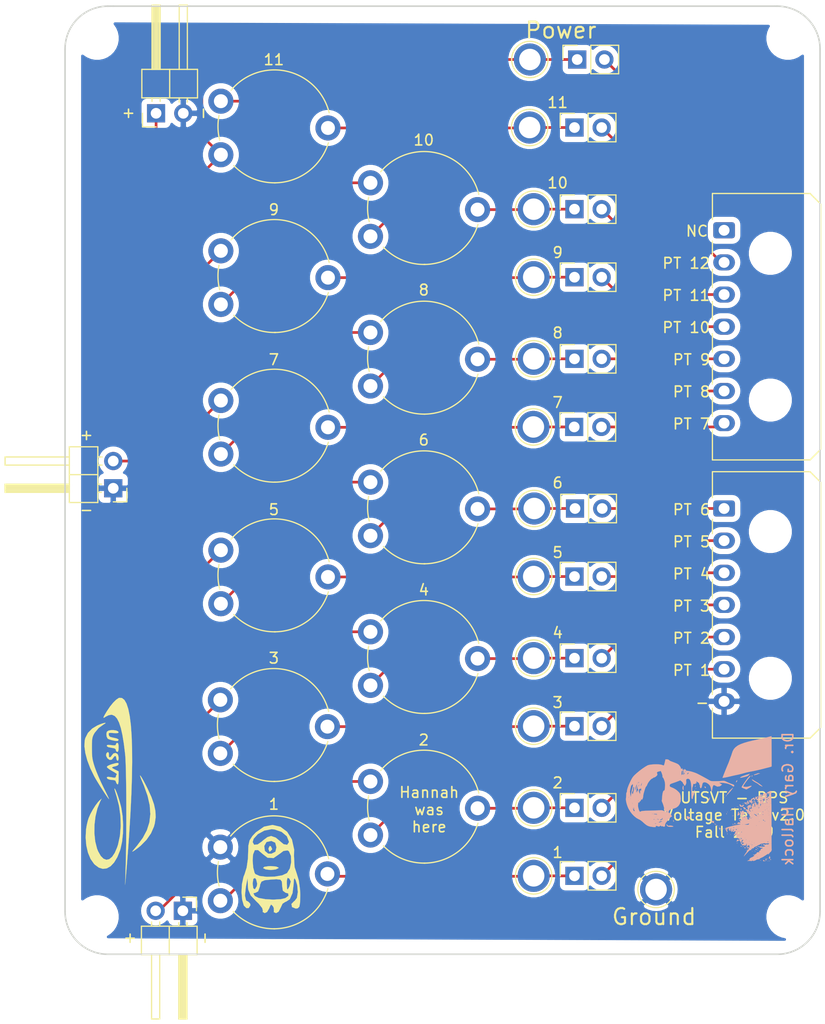
<source format=kicad_pcb>
(kicad_pcb (version 20171130) (host pcbnew "(5.1.6)-1")
  (layers (0 F.Cu signal) (31 B.Cu signal) (34 B.Paste user) (35 F.Paste user) (36 B.SilkS user) (37 F.SilkS user) (38 B.Mask user) (39 F.Mask user) (44 Edge.Cuts user))
  (net 0 "")
  (net 1 GND)
  (net 2 "Net-(J2-Pad7)")
  (net 3 "Net-(J2-Pad6)")
  (net 4 "Net-(J2-Pad5)")
  (net 5 "Net-(J2-Pad4)")
  (net 6 "Net-(J2-Pad3)")
  (net 7 +36V)
  (net 8 "Net-(J3-Pad5)")
  (net 9 "Net-(J3-Pad4)")
  (net 10 "Net-(J3-Pad3)")
  (net 11 "Net-(J3-Pad2)")
  (net 12 "Net-(J3-Pad1)")
  (net 13 "Net-(JP1-Pad1)")
  (net 14 "Net-(JP2-Pad1)")
  (net 15 "Net-(JP3-Pad1)")
  (net 16 "Net-(JP4-Pad1)")
  (net 17 "Net-(JP5-Pad1)")
  (net 18 "Net-(JP6-Pad1)")
  (net 19 "Net-(JP7-Pad1)")
  (net 20 "Net-(JP8-Pad1)")
  (net 21 "Net-(JP9-Pad1)")
  (net 22 "Net-(JP10-Pad1)")
  (net 23 "Net-(JP11-Pad1)")
  (net 24 "Net-(RV1-Pad3)")
  (net 25 "Net-(RV2-Pad3)")
  (net 26 "Net-(RV3-Pad3)")
  (net 27 "Net-(RV4-Pad3)")
  (net 28 "Net-(RV5-Pad3)")
  (net 29 "Net-(RV6-Pad3)")
  (net 30 "Net-(RV7-Pad3)")
  (net 31 "Net-(RV8-Pad3)")
  (net 32 "Net-(RV10-Pad1)")
  (net 33 "Net-(RV10-Pad3)")
  (net 34 "Net-(J2-Pad1)")
  (net 35 "Net-(J3-Pad6)")
  (net 36 "Net-(J2-Pad2)")
  (module Connector_PinSocket_2.54mm:PinSocket_1x02_P2.54mm_Vertical (layer F.Cu) (at 179.324 30.48 90)
    (fp_text reference JP12 hide)
    (fp_text value Jumper)
    (pad 2 thru_hole oval (at 0 2.54 90) (size 1.7 1.7) (drill 1) (layers *.Cu *.Mask) (net 36 "Net-(J2-Pad2)"))
    (pad 1 thru_hole rect (at 0 0 90) (size 1.7 1.7) (drill 1) (layers *.Cu *.Mask) (net 7 +36V))
  )
  (module Minion:Minion (layer F.Cu) (at 150.5 105.5)
    (fp_text reference G*** hide)
    (fp_text value LOGO hide)
  )
  (module UTSVT_Special:Hallock_Image_Tiny (layer B.Cu) (at 190.5 99 270)
    (fp_text reference G*** hide)
    (fp_text value LOGO hide)
  )
  (module UTSVT_Special:UTSVT_Logo_Symbol (layer F.Cu) (at 136.5 98.5 270)
    (fp_text reference G*** hide)
    (fp_text value LOGO hide)
  )
  (module Connector_PinHeader_2.54mm:PinHeader_1x02_P2.54mm_Horizontal (layer F.Cu) (at 136 70.5 180)
    (fp_text reference J1 hide)
    (fp_text value Conn_01x02)
    (pad 2 thru_hole oval (at 0 2.54 180) (size 1.7 1.7) (drill 1) (layers *.Cu *.Mask) (net 7 +36V))
    (pad 1 thru_hole rect (at 0 0 180) (size 1.7 1.7) (drill 1) (layers *.Cu *.Mask) (net 1 GND))
  )
  (module Connector_PinHeader_2.54mm:PinHeader_1x02_P2.54mm_Horizontal (layer F.Cu) (at 140 35.5 90)
    (fp_text reference J4 hide)
    (fp_text value Conn_01x02)
    (pad 2 thru_hole oval (at 0 2.54 90) (size 1.7 1.7) (drill 1) (layers *.Cu *.Mask) (net 1 GND))
    (pad 1 thru_hole rect (at 0 0 90) (size 1.7 1.7) (drill 1) (layers *.Cu *.Mask) (net 7 +36V))
  )
  (module Connector_PinHeader_2.54mm:PinHeader_1x02_P2.54mm_Horizontal (layer F.Cu) (at 142.5 109.94 270)
    (fp_text reference J5 hide)
    (fp_text value Conn_01x02)
    (pad 2 thru_hole oval (at 0 2.54 270) (size 1.7 1.7) (drill 1) (layers *.Cu *.Mask) (net 7 +36V))
    (pad 1 thru_hole rect (at 0 0 270) (size 1.7 1.7) (drill 1) (layers *.Cu *.Mask) (net 1 GND))
  )
  (module TestPoint:TestPoint_Plated_Hole_D2.0mm (layer F.Cu) (at 186.69 107.95)
    (fp_text reference TP13 hide)
    (fp_text value TestPoint)
    (pad 1 thru_hole circle (at 0 0) (size 3 3) (drill 2) (layers *.Cu *.Mask) (net 1 GND))
  )
  (module TestPoint:TestPoint_Plated_Hole_D2.0mm (layer F.Cu) (at 174.9044 30.48)
    (fp_text reference TP12 hide)
    (fp_text value TestPoint)
    (pad 1 thru_hole circle (at 0 0) (size 3 3) (drill 2) (layers *.Cu *.Mask) (net 7 +36V))
  )
  (module MountingHole:MountingHole_3mm (layer F.Cu) (at 199 110.5)
    (fp_text reference H4 hide)
    (fp_text value MountingHole)
    (pad 1 np_thru_hole circle (at 0 0) (size 3 3) (drill 3) (layers *.Cu *.Mask))
  )
  (module MountingHole:MountingHole_3mm (layer F.Cu) (at 134.5 110.5)
    (fp_text reference H3 hide)
    (fp_text value MountingHole)
    (pad 1 np_thru_hole circle (at 0 0) (size 3 3) (drill 3) (layers *.Cu *.Mask))
  )
  (module MountingHole:MountingHole_3mm (layer F.Cu) (at 199 28.5)
    (fp_text reference H2 hide)
    (fp_text value MountingHole)
    (pad 1 np_thru_hole circle (at 0 0) (size 3 3) (drill 3) (layers *.Cu *.Mask))
  )
  (module MountingHole:MountingHole_3mm (layer F.Cu) (at 134.5 28.5)
    (fp_text reference H1 hide)
    (fp_text value MountingHole)
    (pad 1 np_thru_hole circle (at 0 0) (size 3 3) (drill 3) (layers *.Cu *.Mask))
  )
  (module TestPoint:TestPoint_Plated_Hole_D2.0mm (layer F.Cu) (at 175.26 106.68)
    (fp_text reference TP11 hide)
    (fp_text value TestPoint)
    (pad 1 thru_hole circle (at 0 0) (size 3 3) (drill 2) (layers *.Cu *.Mask) (net 23 "Net-(JP11-Pad1)"))
  )
  (module TestPoint:TestPoint_Plated_Hole_D2.0mm (layer F.Cu) (at 175.26 100.33)
    (fp_text reference TP10 hide)
    (fp_text value TestPoint)
    (pad 1 thru_hole circle (at 0 0) (size 3 3) (drill 2) (layers *.Cu *.Mask) (net 22 "Net-(JP10-Pad1)"))
  )
  (module TestPoint:TestPoint_Plated_Hole_D2.0mm (layer F.Cu) (at 175.26 92.71)
    (fp_text reference TP9 hide)
    (fp_text value TestPoint)
    (pad 1 thru_hole circle (at 0 0) (size 3 3) (drill 2) (layers *.Cu *.Mask) (net 21 "Net-(JP9-Pad1)"))
  )
  (module TestPoint:TestPoint_Plated_Hole_D2.0mm (layer F.Cu) (at 175.26 86.36)
    (fp_text reference TP8 hide)
    (fp_text value TestPoint)
    (pad 1 thru_hole circle (at 0 0) (size 3 3) (drill 2) (layers *.Cu *.Mask) (net 20 "Net-(JP8-Pad1)"))
  )
  (module TestPoint:TestPoint_Plated_Hole_D2.0mm (layer F.Cu) (at 175.26 78.74)
    (fp_text reference TP7 hide)
    (fp_text value TestPoint)
    (pad 1 thru_hole circle (at 0 0) (size 3 3) (drill 2) (layers *.Cu *.Mask) (net 19 "Net-(JP7-Pad1)"))
  )
  (module TestPoint:TestPoint_Plated_Hole_D2.0mm (layer F.Cu) (at 175.3108 72.39)
    (fp_text reference TP6 hide)
    (fp_text value TestPoint)
    (pad 1 thru_hole circle (at 0 0) (size 3 3) (drill 2) (layers *.Cu *.Mask) (net 18 "Net-(JP6-Pad1)"))
  )
  (module TestPoint:TestPoint_Plated_Hole_D2.0mm (layer F.Cu) (at 175.2346 64.77762)
    (fp_text reference TP5 hide)
    (fp_text value TestPoint)
    (pad 1 thru_hole circle (at 0 0) (size 3 3) (drill 2) (layers *.Cu *.Mask) (net 17 "Net-(JP5-Pad1)"))
  )
  (module TestPoint:TestPoint_Plated_Hole_D2.0mm (layer F.Cu) (at 175.26 58.42)
    (fp_text reference TP4 hide)
    (fp_text value TestPoint)
    (pad 1 thru_hole circle (at 0 0) (size 3 3) (drill 2) (layers *.Cu *.Mask) (net 16 "Net-(JP4-Pad1)"))
  )
  (module TestPoint:TestPoint_Plated_Hole_D2.0mm (layer F.Cu) (at 175.26 50.8)
    (fp_text reference TP3 hide)
    (fp_text value TestPoint)
    (pad 1 thru_hole circle (at 0 0) (size 3 3) (drill 2) (layers *.Cu *.Mask) (net 15 "Net-(JP3-Pad1)"))
  )
  (module TestPoint:TestPoint_Plated_Hole_D2.0mm (layer F.Cu) (at 175.26 44.45)
    (fp_text reference TP2 hide)
    (fp_text value TestPoint)
    (pad 1 thru_hole circle (at 0 0) (size 3 3) (drill 2) (layers *.Cu *.Mask) (net 14 "Net-(JP2-Pad1)"))
  )
  (module TestPoint:TestPoint_Plated_Hole_D2.0mm (layer F.Cu) (at 174.879 36.83)
    (fp_text reference TP1 hide)
    (fp_text value TestPoint)
    (pad 1 thru_hole circle (at 0 0) (size 3 3) (drill 2) (layers *.Cu *.Mask) (net 13 "Net-(JP1-Pad1)"))
  )
  (module Potentiometer_THT:Potentiometer_Piher_PT-10-V10_Vertical (layer F.Cu) (at 146 109)
    (fp_text reference RV11 hide)
    (fp_text value R_POT)
    (pad 3 thru_hole circle (at 0 -5) (size 2.34 2.34) (drill 1.3) (layers *.Cu *.Mask) (net 1 GND))
    (pad 2 thru_hole circle (at 10 -2.5) (size 2.34 2.34) (drill 1.3) (layers *.Cu *.Mask) (net 23 "Net-(JP11-Pad1)"))
    (pad 1 thru_hole circle (at 0 0) (size 2.34 2.34) (drill 1.3) (layers *.Cu *.Mask) (net 33 "Net-(RV10-Pad3)"))
  )
  (module Potentiometer_THT:Potentiometer_Piher_PT-10-V10_Vertical (layer F.Cu) (at 160.02 102.87)
    (fp_text reference RV10 hide)
    (fp_text value R_POT)
    (pad 3 thru_hole circle (at 0 -5) (size 2.34 2.34) (drill 1.3) (layers *.Cu *.Mask) (net 33 "Net-(RV10-Pad3)"))
    (pad 2 thru_hole circle (at 10 -2.5) (size 2.34 2.34) (drill 1.3) (layers *.Cu *.Mask) (net 22 "Net-(JP10-Pad1)"))
    (pad 1 thru_hole circle (at 0 0) (size 2.34 2.34) (drill 1.3) (layers *.Cu *.Mask) (net 32 "Net-(RV10-Pad1)"))
  )
  (module Potentiometer_THT:Potentiometer_Piher_PT-10-V10_Vertical (layer F.Cu) (at 146 95.25)
    (fp_text reference RV9 hide)
    (fp_text value R_POT)
    (pad 3 thru_hole circle (at 0 -5) (size 2.34 2.34) (drill 1.3) (layers *.Cu *.Mask) (net 32 "Net-(RV10-Pad1)"))
    (pad 2 thru_hole circle (at 10 -2.5) (size 2.34 2.34) (drill 1.3) (layers *.Cu *.Mask) (net 21 "Net-(JP9-Pad1)"))
    (pad 1 thru_hole circle (at 0 0) (size 2.34 2.34) (drill 1.3) (layers *.Cu *.Mask) (net 31 "Net-(RV8-Pad3)"))
  )
  (module Potentiometer_THT:Potentiometer_Piher_PT-10-V10_Vertical (layer F.Cu) (at 160.02 88.9)
    (fp_text reference RV8 hide)
    (fp_text value R_POT)
    (pad 3 thru_hole circle (at 0 -5) (size 2.34 2.34) (drill 1.3) (layers *.Cu *.Mask) (net 31 "Net-(RV8-Pad3)"))
    (pad 2 thru_hole circle (at 10 -2.5) (size 2.34 2.34) (drill 1.3) (layers *.Cu *.Mask) (net 20 "Net-(JP8-Pad1)"))
    (pad 1 thru_hole circle (at 0 0) (size 2.34 2.34) (drill 1.3) (layers *.Cu *.Mask) (net 30 "Net-(RV7-Pad3)"))
  )
  (module Potentiometer_THT:Potentiometer_Piher_PT-10-V10_Vertical (layer F.Cu) (at 146.05 81.28)
    (fp_text reference RV7 hide)
    (fp_text value R_POT)
    (pad 3 thru_hole circle (at 0 -5) (size 2.34 2.34) (drill 1.3) (layers *.Cu *.Mask) (net 30 "Net-(RV7-Pad3)"))
    (pad 2 thru_hole circle (at 10 -2.5) (size 2.34 2.34) (drill 1.3) (layers *.Cu *.Mask) (net 19 "Net-(JP7-Pad1)"))
    (pad 1 thru_hole circle (at 0 0) (size 2.34 2.34) (drill 1.3) (layers *.Cu *.Mask) (net 29 "Net-(RV6-Pad3)"))
  )
  (module Potentiometer_THT:Potentiometer_Piher_PT-10-V10_Vertical (layer F.Cu) (at 160.02 74.93)
    (fp_text reference RV6 hide)
    (fp_text value R_POT)
    (pad 3 thru_hole circle (at 0 -5) (size 2.34 2.34) (drill 1.3) (layers *.Cu *.Mask) (net 29 "Net-(RV6-Pad3)"))
    (pad 2 thru_hole circle (at 10 -2.5) (size 2.34 2.34) (drill 1.3) (layers *.Cu *.Mask) (net 18 "Net-(JP6-Pad1)"))
    (pad 1 thru_hole circle (at 0 0) (size 2.34 2.34) (drill 1.3) (layers *.Cu *.Mask) (net 28 "Net-(RV5-Pad3)"))
  )
  (module Potentiometer_THT:Potentiometer_Piher_PT-10-V10_Vertical (layer F.Cu) (at 146.05 67.31)
    (fp_text reference RV5 hide)
    (fp_text value R_POT)
    (pad 3 thru_hole circle (at 0 -5) (size 2.34 2.34) (drill 1.3) (layers *.Cu *.Mask) (net 28 "Net-(RV5-Pad3)"))
    (pad 2 thru_hole circle (at 10 -2.5) (size 2.34 2.34) (drill 1.3) (layers *.Cu *.Mask) (net 17 "Net-(JP5-Pad1)"))
    (pad 1 thru_hole circle (at 0 0) (size 2.34 2.34) (drill 1.3) (layers *.Cu *.Mask) (net 27 "Net-(RV4-Pad3)"))
  )
  (module Potentiometer_THT:Potentiometer_Piher_PT-10-V10_Vertical (layer F.Cu) (at 160.02 60.96)
    (fp_text reference RV4 hide)
    (fp_text value R_POT)
    (pad 3 thru_hole circle (at 0 -5) (size 2.34 2.34) (drill 1.3) (layers *.Cu *.Mask) (net 27 "Net-(RV4-Pad3)"))
    (pad 2 thru_hole circle (at 10 -2.5) (size 2.34 2.34) (drill 1.3) (layers *.Cu *.Mask) (net 16 "Net-(JP4-Pad1)"))
    (pad 1 thru_hole circle (at 0 0) (size 2.34 2.34) (drill 1.3) (layers *.Cu *.Mask) (net 26 "Net-(RV3-Pad3)"))
  )
  (module Potentiometer_THT:Potentiometer_Piher_PT-10-V10_Vertical (layer F.Cu) (at 146.05 53.34)
    (fp_text reference RV3 hide)
    (fp_text value R_POT)
    (pad 3 thru_hole circle (at 0 -5) (size 2.34 2.34) (drill 1.3) (layers *.Cu *.Mask) (net 26 "Net-(RV3-Pad3)"))
    (pad 2 thru_hole circle (at 10 -2.5) (size 2.34 2.34) (drill 1.3) (layers *.Cu *.Mask) (net 15 "Net-(JP3-Pad1)"))
    (pad 1 thru_hole circle (at 0 0) (size 2.34 2.34) (drill 1.3) (layers *.Cu *.Mask) (net 25 "Net-(RV2-Pad3)"))
  )
  (module Potentiometer_THT:Potentiometer_Piher_PT-10-V10_Vertical (layer F.Cu) (at 160.02 46.99)
    (fp_text reference RV2 hide)
    (fp_text value R_POT)
    (pad 1 thru_hole circle (at 0 0) (size 2.34 2.34) (drill 1.3) (layers *.Cu *.Mask) (net 24 "Net-(RV1-Pad3)"))
    (pad 2 thru_hole circle (at 10 -2.5) (size 2.34 2.34) (drill 1.3) (layers *.Cu *.Mask) (net 14 "Net-(JP2-Pad1)"))
    (pad 3 thru_hole circle (at 0 -5) (size 2.34 2.34) (drill 1.3) (layers *.Cu *.Mask) (net 25 "Net-(RV2-Pad3)"))
  )
  (module Potentiometer_THT:Potentiometer_Piher_PT-10-V10_Vertical (layer F.Cu) (at 146.05 39.37)
    (fp_text reference RV1 hide)
    (fp_text value R_POT)
    (pad 1 thru_hole circle (at 0 0) (size 2.34 2.34) (drill 1.3) (layers *.Cu *.Mask) (net 7 +36V))
    (pad 2 thru_hole circle (at 10 -2.5) (size 2.34 2.34) (drill 1.3) (layers *.Cu *.Mask) (net 13 "Net-(JP1-Pad1)"))
    (pad 3 thru_hole circle (at 0 -5) (size 2.34 2.34) (drill 1.3) (layers *.Cu *.Mask) (net 24 "Net-(RV1-Pad3)"))
  )
  (module Connector_PinSocket_2.54mm:PinSocket_1x02_P2.54mm_Vertical (layer F.Cu) (at 179.07 106.68 90)
    (fp_text reference JP11 hide)
    (fp_text value Jumper)
    (pad 1 thru_hole rect (at 0 0 90) (size 1.7 1.7) (drill 1) (layers *.Cu *.Mask) (net 23 "Net-(JP11-Pad1)"))
    (pad 2 thru_hole oval (at 0 2.54 90) (size 1.7 1.7) (drill 1) (layers *.Cu *.Mask) (net 35 "Net-(J3-Pad6)"))
  )
  (module Connector_PinSocket_2.54mm:PinSocket_1x02_P2.54mm_Vertical (layer F.Cu) (at 179.07 100.33 90)
    (fp_text reference JP10 hide)
    (fp_text value Jumper)
    (pad 1 thru_hole rect (at 0 0 90) (size 1.7 1.7) (drill 1) (layers *.Cu *.Mask) (net 22 "Net-(JP10-Pad1)"))
    (pad 2 thru_hole oval (at 0 2.54 90) (size 1.7 1.7) (drill 1) (layers *.Cu *.Mask) (net 8 "Net-(J3-Pad5)"))
  )
  (module Connector_PinSocket_2.54mm:PinSocket_1x02_P2.54mm_Vertical (layer F.Cu) (at 179.07 92.71 90)
    (fp_text reference JP9 hide)
    (fp_text value Jumper)
    (pad 1 thru_hole rect (at 0 0 90) (size 1.7 1.7) (drill 1) (layers *.Cu *.Mask) (net 21 "Net-(JP9-Pad1)"))
    (pad 2 thru_hole oval (at 0 2.54 90) (size 1.7 1.7) (drill 1) (layers *.Cu *.Mask) (net 9 "Net-(J3-Pad4)"))
  )
  (module Connector_PinSocket_2.54mm:PinSocket_1x02_P2.54mm_Vertical (layer F.Cu) (at 179.07 86.36 90)
    (fp_text reference JP8 hide)
    (fp_text value Jumper)
    (pad 1 thru_hole rect (at 0 0 90) (size 1.7 1.7) (drill 1) (layers *.Cu *.Mask) (net 20 "Net-(JP8-Pad1)"))
    (pad 2 thru_hole oval (at 0 2.54 90) (size 1.7 1.7) (drill 1) (layers *.Cu *.Mask) (net 10 "Net-(J3-Pad3)"))
  )
  (module Connector_PinSocket_2.54mm:PinSocket_1x02_P2.54mm_Vertical (layer F.Cu) (at 179.07 78.74 90)
    (fp_text reference JP7 hide)
    (fp_text value Jumper)
    (pad 1 thru_hole rect (at 0 0 90) (size 1.7 1.7) (drill 1) (layers *.Cu *.Mask) (net 19 "Net-(JP7-Pad1)"))
    (pad 2 thru_hole oval (at 0 2.54 90) (size 1.7 1.7) (drill 1) (layers *.Cu *.Mask) (net 11 "Net-(J3-Pad2)"))
  )
  (module Connector_PinSocket_2.54mm:PinSocket_1x02_P2.54mm_Vertical (layer F.Cu) (at 179.1208 72.39 90)
    (fp_text reference JP6 hide)
    (fp_text value Jumper)
    (pad 2 thru_hole oval (at 0 2.54 90) (size 1.7 1.7) (drill 1) (layers *.Cu *.Mask) (net 12 "Net-(J3-Pad1)"))
    (pad 1 thru_hole rect (at 0 0 90) (size 1.7 1.7) (drill 1) (layers *.Cu *.Mask) (net 18 "Net-(JP6-Pad1)"))
  )
  (module Connector_PinSocket_2.54mm:PinSocket_1x02_P2.54mm_Vertical (layer F.Cu) (at 179.0446 64.77762 90)
    (fp_text reference JP5 hide)
    (fp_text value Jumper)
    (pad 1 thru_hole rect (at 0 0 90) (size 1.7 1.7) (drill 1) (layers *.Cu *.Mask) (net 17 "Net-(JP5-Pad1)"))
    (pad 2 thru_hole oval (at 0 2.54 90) (size 1.7 1.7) (drill 1) (layers *.Cu *.Mask) (net 2 "Net-(J2-Pad7)"))
  )
  (module Connector_PinSocket_2.54mm:PinSocket_1x02_P2.54mm_Vertical (layer F.Cu) (at 179.07 58.42 90)
    (fp_text reference JP4 hide)
    (fp_text value Jumper)
    (pad 1 thru_hole rect (at 0 0 90) (size 1.7 1.7) (drill 1) (layers *.Cu *.Mask) (net 16 "Net-(JP4-Pad1)"))
    (pad 2 thru_hole oval (at 0 2.54 90) (size 1.7 1.7) (drill 1) (layers *.Cu *.Mask) (net 3 "Net-(J2-Pad6)"))
  )
  (module Connector_PinSocket_2.54mm:PinSocket_1x02_P2.54mm_Vertical (layer F.Cu) (at 179.07 50.8 90)
    (fp_text reference JP3 hide)
    (fp_text value Jumper)
    (pad 1 thru_hole rect (at 0 0 90) (size 1.7 1.7) (drill 1) (layers *.Cu *.Mask) (net 15 "Net-(JP3-Pad1)"))
    (pad 2 thru_hole oval (at 0 2.54 90) (size 1.7 1.7) (drill 1) (layers *.Cu *.Mask) (net 4 "Net-(J2-Pad5)"))
  )
  (module Connector_PinSocket_2.54mm:PinSocket_1x02_P2.54mm_Vertical (layer F.Cu) (at 179.07 44.45 90)
    (fp_text reference JP2 hide)
    (fp_text value Jumper)
    (pad 1 thru_hole rect (at 0 0 90) (size 1.7 1.7) (drill 1) (layers *.Cu *.Mask) (net 14 "Net-(JP2-Pad1)"))
    (pad 2 thru_hole oval (at 0 2.54 90) (size 1.7 1.7) (drill 1) (layers *.Cu *.Mask) (net 5 "Net-(J2-Pad4)"))
  )
  (module Connector_PinSocket_2.54mm:PinSocket_1x02_P2.54mm_Vertical (layer F.Cu) (at 179.07 36.83 90)
    (fp_text reference JP1 hide)
    (fp_text value Jumper)
    (pad 1 thru_hole rect (at 0 0 90) (size 1.7 1.7) (drill 1) (layers *.Cu *.Mask) (net 13 "Net-(JP1-Pad1)"))
    (pad 2 thru_hole oval (at 0 2.54 90) (size 1.7 1.7) (drill 1) (layers *.Cu *.Mask) (net 6 "Net-(J2-Pad3)"))
  )
  (module Connector_Molex:Molex_Micro-Fit_3.0_43650-0700_1x07_P3.00mm_Horizontal (layer F.Cu) (at 193.04 46.42 270)
    (fp_text reference J2 hide)
    (fp_text value Conn_01x07)
    (pad "" np_thru_hole circle (at 2.15 -4.32 270) (size 3 3) (drill 3) (layers *.Cu *.Mask))
    (pad "" np_thru_hole circle (at 15.85 -4.32 270) (size 3 3) (drill 3) (layers *.Cu *.Mask))
    (pad 1 thru_hole roundrect (at 0 0 270) (size 1.5 2.02) (drill 1.02) (layers *.Cu *.Mask) (roundrect_rratio 0.166667) (net 34 "Net-(J2-Pad1)"))
    (pad 2 thru_hole oval (at 3 0 270) (size 1.5 2.02) (drill 1.02) (layers *.Cu *.Mask) (net 36 "Net-(J2-Pad2)"))
    (pad 3 thru_hole oval (at 6 0 270) (size 1.5 2.02) (drill 1.02) (layers *.Cu *.Mask) (net 6 "Net-(J2-Pad3)"))
    (pad 4 thru_hole oval (at 9 0 270) (size 1.5 2.02) (drill 1.02) (layers *.Cu *.Mask) (net 5 "Net-(J2-Pad4)"))
    (pad 5 thru_hole oval (at 12 0 270) (size 1.5 2.02) (drill 1.02) (layers *.Cu *.Mask) (net 4 "Net-(J2-Pad5)"))
    (pad 6 thru_hole oval (at 15 0 270) (size 1.5 2.02) (drill 1.02) (layers *.Cu *.Mask) (net 3 "Net-(J2-Pad6)"))
    (pad 7 thru_hole oval (at 18 0 270) (size 1.5 2.02) (drill 1.02) (layers *.Cu *.Mask) (net 2 "Net-(J2-Pad7)"))
  )
  (module Connector_Molex:Molex_Micro-Fit_3.0_43650-0700_1x07_P3.00mm_Horizontal (layer F.Cu) (at 193.04 72.39 270)
    (fp_text reference J3 hide)
    (fp_text value Conn_01x07)
    (pad 7 thru_hole oval (at 18 0 270) (size 1.5 2.02) (drill 1.02) (layers *.Cu *.Mask) (net 1 GND))
    (pad 6 thru_hole oval (at 15 0 270) (size 1.5 2.02) (drill 1.02) (layers *.Cu *.Mask) (net 35 "Net-(J3-Pad6)"))
    (pad 5 thru_hole oval (at 12 0 270) (size 1.5 2.02) (drill 1.02) (layers *.Cu *.Mask) (net 8 "Net-(J3-Pad5)"))
    (pad 4 thru_hole oval (at 9 0 270) (size 1.5 2.02) (drill 1.02) (layers *.Cu *.Mask) (net 9 "Net-(J3-Pad4)"))
    (pad 3 thru_hole oval (at 6 0 270) (size 1.5 2.02) (drill 1.02) (layers *.Cu *.Mask) (net 10 "Net-(J3-Pad3)"))
    (pad 2 thru_hole oval (at 3 0 270) (size 1.5 2.02) (drill 1.02) (layers *.Cu *.Mask) (net 11 "Net-(J3-Pad2)"))
    (pad 1 thru_hole roundrect (at 0 0 270) (size 1.5 2.02) (drill 1.02) (layers *.Cu *.Mask) (roundrect_rratio 0.166667) (net 12 "Net-(J3-Pad1)"))
    (pad "" np_thru_hole circle (at 15.85 -4.32 270) (size 3 3) (drill 3) (layers *.Cu *.Mask))
    (pad "" np_thru_hole circle (at 2.15 -4.32 270) (size 3 3) (drill 3) (layers *.Cu *.Mask))
  )
  (gr_line (start 135.5 114) (end 136 114) (layer Edge.Cuts) (width 0.15))
  (gr_line (start 135.5 25.5) (end 136 25.5) (layer Edge.Cuts) (width 0.15))
  (gr_text 1 (at 177.5 104.5) (layer F.SilkS) (effects (font (size 1 1))))
  (gr_text 2 (at 177.5 98) (layer F.SilkS) (effects (font (size 1 1))))
  (gr_text 3 (at 177.5 90.5) (layer F.SilkS) (effects (font (size 1 1))))
  (gr_text 4 (at 177.5 84) (layer F.SilkS) (effects (font (size 1 1))))
  (gr_text 5 (at 177.5 76.5) (layer F.SilkS) (effects (font (size 1 1))))
  (gr_text 6 (at 177.5 70) (layer F.SilkS) (effects (font (size 1 1))))
  (gr_text 7 (at 177.5 62.5) (layer F.SilkS) (effects (font (size 1 1))))
  (gr_text 8 (at 177.5 56) (layer F.SilkS) (effects (font (size 1 1))))
  (gr_text 9 (at 177.5 48.5) (layer F.SilkS) (effects (font (size 1 1))))
  (gr_text 10 (at 177.5 42) (layer F.SilkS) (effects (font (size 1 1))))
  (gr_text 11 (at 177.5 34.5) (layer F.SilkS) (effects (font (size 1 1))))
  (gr_text 1 (at 151 100) (layer F.SilkS) (effects (font (size 1 1))))
  (gr_text 2 (at 165 94) (layer F.SilkS) (effects (font (size 1 1))))
  (gr_text 3 (at 151 86.36) (layer F.SilkS) (effects (font (size 1 1))))
  (gr_text 4 (at 165 80) (layer F.SilkS) (effects (font (size 1 1))))
  (gr_text 5 (at 151 72.5) (layer F.SilkS) (effects (font (size 1 1))))
  (gr_text 6 (at 165 66) (layer F.SilkS) (effects (font (size 1 1))))
  (gr_text 7 (at 151 58.5) (layer F.SilkS) (effects (font (size 1 1))))
  (gr_text 8 (at 165 52) (layer F.SilkS) (effects (font (size 1 1))))
  (gr_text 9 (at 151 44.5) (layer F.SilkS) (effects (font (size 1 1))))
  (gr_text 10 (at 165 38) (layer F.SilkS) (effects (font (size 1 1))))
  (gr_text 11 (at 151 30.5) (layer F.SilkS) (effects (font (size 1 1))))
  (gr_text "UTSVT - BPS\nVoltage Test v2.0\nFall 2019" (at 194 101) (layer F.SilkS) (effects (font (size 1 1))))
  (gr_text NC (at 190.5 46.5) (layer F.SilkS) (effects (font (size 1 1))))
  (gr_text "Dr. Gary Hallock" (at 199 99.5 90) (layer B.SilkS) (effects (font (size 1 1)) (justify mirror)))
  (gr_text "-\n" (at 144.5 35.5 270) (layer F.SilkS) (effects (font (size 1 1))))
  (gr_text "-\n" (at 144.5 112.5 90) (layer F.SilkS) (effects (font (size 1 1))))
  (gr_text + (at 137.5 112.5 90) (layer F.SilkS) (effects (font (size 1 1))))
  (gr_text + (at 137.5 35.5 270) (layer F.SilkS) (effects (font (size 1 1))))
  (gr_text "Hannah\nwas\nhere" (at 165.5 100.5) (layer F.SilkS) (effects (font (size 1 1))))
  (gr_text Ground (at 186.5 110.5) (layer F.SilkS) (effects (font (size 1.5 1.5) (thickness 0.2))))
  (gr_text Power (at 177.8 27.75) (layer F.SilkS) (effects (font (size 1.5 1.5) (thickness 0.2))))
  (gr_arc (start 135.5 110) (end 131.5 110) (angle -90) (layer Edge.Cuts) (width 0.15))
  (gr_arc (start 198 110) (end 198 114) (angle -90) (layer Edge.Cuts) (width 0.15))
  (gr_arc (start 198 29.5) (end 202 29.5) (angle -90) (layer Edge.Cuts) (width 0.15))
  (gr_arc (start 135.5 29.5) (end 135.5 25.5) (angle -90) (layer Edge.Cuts) (width 0.15))
  (gr_line (start 131.5 110) (end 131.5 29.5) (layer Edge.Cuts) (width 0.15))
  (gr_line (start 198 114) (end 136 114) (layer Edge.Cuts) (width 0.15))
  (gr_line (start 202 29.5) (end 202 110) (layer Edge.Cuts) (width 0.15))
  (gr_line (start 136 25.5) (end 198 25.5) (layer Edge.Cuts) (width 0.15))
  (gr_text - (at 191 90.5) (layer F.SilkS) (effects (font (size 1 1))))
  (gr_text "PT 1" (at 190 87.5) (layer F.SilkS) (effects (font (size 1 1))))
  (gr_text "PT 2" (at 190 84.5) (layer F.SilkS) (effects (font (size 1 1))))
  (gr_text "PT 3" (at 190 81.5) (layer F.SilkS) (effects (font (size 1 1))))
  (gr_text "PT 4" (at 190 78.5) (layer F.SilkS) (effects (font (size 1 1))))
  (gr_text "PT 5" (at 190 75.5) (layer F.SilkS) (effects (font (size 1 1))))
  (gr_text "PT 6" (at 190 72.5) (layer F.SilkS) (effects (font (size 1 1))))
  (gr_text "PT 7" (at 190 64.5) (layer F.SilkS) (effects (font (size 1 1))))
  (gr_text "PT 8" (at 190 61.5) (layer F.SilkS) (effects (font (size 1 1))))
  (gr_text "PT 9" (at 190 58.5) (layer F.SilkS) (effects (font (size 1 1))))
  (gr_text "PT 10" (at 189.5 55.5) (layer F.SilkS) (effects (font (size 1 1))))
  (gr_text "PT 11" (at 189.5 52.5) (layer F.SilkS) (effects (font (size 1 1))))
  (gr_text "PT 12" (at 189.5 49.5) (layer F.SilkS) (effects (font (size 1 1))))
  (gr_text "-\n" (at 133.5 72.5) (layer F.SilkS) (effects (font (size 1 1))))
  (gr_text + (at 133.5 65.5) (layer F.SilkS) (effects (font (size 1 1))))
  (segment (start 192.68238 64.77762) (end 193.04 64.42) (width 0.25) (layer F.Cu) (net 2))
  (segment (start 181.5846 64.77762) (end 192.68238 64.77762) (width 0.25) (layer F.Cu) (net 2))
  (segment (start 181.61 58.42) (end 185.42 58.42) (width 0.25) (layer F.Cu) (net 3))
  (segment (start 188.42 61.42) (end 193.04 61.42) (width 0.25) (layer F.Cu) (net 3))
  (segment (start 185.42 58.42) (end 188.42 61.42) (width 0.25) (layer F.Cu) (net 3))
  (segment (start 181.61 50.8) (end 189.23 58.42) (width 0.25) (layer F.Cu) (net 4))
  (segment (start 189.23 58.42) (end 193.04 58.42) (width 0.25) (layer F.Cu) (net 4))
  (segment (start 190.04 55.42) (end 193.04 55.42) (width 0.25) (layer F.Cu) (net 5))
  (segment (start 185.42 50.8) (end 190.04 55.42) (width 0.25) (layer F.Cu) (net 5))
  (segment (start 181.61 44.45) (end 185.42 48.26) (width 0.25) (layer F.Cu) (net 5))
  (segment (start 185.42 48.26) (end 185.42 50.8) (width 0.25) (layer F.Cu) (net 5))
  (segment (start 181.61 36.83) (end 187.96 43.18) (width 0.25) (layer F.Cu) (net 6))
  (segment (start 187.96 43.18) (end 187.96 49.53) (width 0.25) (layer F.Cu) (net 6))
  (segment (start 190.85 52.42) (end 193.04 52.42) (width 0.25) (layer F.Cu) (net 6))
  (segment (start 187.96 49.53) (end 190.85 52.42) (width 0.25) (layer F.Cu) (net 6))
  (segment (start 139.28 67.96) (end 142.24 65) (width 0.25) (layer F.Cu) (net 7))
  (segment (start 136 67.96) (end 139.28 67.96) (width 0.25) (layer F.Cu) (net 7))
  (segment (start 142 108.21) (end 140.27 109.94) (width 0.25) (layer F.Cu) (net 7))
  (segment (start 139 68) (end 142 71) (width 0.25) (layer F.Cu) (net 7))
  (segment (start 142 71) (end 142 108.21) (width 0.25) (layer F.Cu) (net 7))
  (segment (start 142.24 41.34) (end 142.24 44.24) (width 0.25) (layer F.Cu) (net 7))
  (segment (start 140 39.1) (end 142.24 41.34) (width 0.25) (layer F.Cu) (net 7))
  (segment (start 140 38) (end 140 39.1) (width 0.25) (layer F.Cu) (net 7))
  (segment (start 142.24 65) (end 142.24 44.24) (width 0.25) (layer F.Cu) (net 7))
  (segment (start 142.24 44.24) (end 142.24 43.18) (width 0.25) (layer F.Cu) (net 7))
  (segment (start 144.08 41.34) (end 146.05 39.37) (width 0.25) (layer F.Cu) (net 7))
  (segment (start 142.24 41.34) (end 144.08 41.34) (width 0.25) (layer F.Cu) (net 7))
  (segment (start 144.272 37.592) (end 146.05 39.37) (width 0.25) (layer F.Cu) (net 7))
  (segment (start 144.272 32.512) (end 144.272 37.592) (width 0.25) (layer F.Cu) (net 7))
  (segment (start 140 38) (end 140 35.5) (width 0.25) (layer F.Cu) (net 7))
  (segment (start 179.324 30.48) (end 174.879 30.48) (width 0.25) (layer F.Cu) (net 7))
  (segment (start 146.304 30.48) (end 144.272 32.512) (width 0.25) (layer F.Cu) (net 7))
  (segment (start 174.879 30.48) (end 146.304 30.48) (width 0.25) (layer F.Cu) (net 7))
  (segment (start 189.93 84.39) (end 193.04 84.39) (width 0.25) (layer F.Cu) (net 8))
  (segment (start 185.42 88.9) (end 189.93 84.39) (width 0.25) (layer F.Cu) (net 8))
  (segment (start 181.61 100.33) (end 185.42 96.52) (width 0.25) (layer F.Cu) (net 8))
  (segment (start 185.42 96.52) (end 185.42 88.9) (width 0.25) (layer F.Cu) (net 8))
  (segment (start 181.61 92.71) (end 184.15 90.17) (width 0.25) (layer F.Cu) (net 9))
  (segment (start 184.15 90.17) (end 184.15 86.36) (width 0.25) (layer F.Cu) (net 9))
  (segment (start 184.15 86.36) (end 189.23 81.28) (width 0.25) (layer F.Cu) (net 9))
  (segment (start 189.34 81.39) (end 193.04 81.39) (width 0.25) (layer F.Cu) (net 9))
  (segment (start 189.23 81.28) (end 189.34 81.39) (width 0.25) (layer F.Cu) (net 9))
  (segment (start 189.58 78.39) (end 193.04 78.39) (width 0.25) (layer F.Cu) (net 10))
  (segment (start 181.61 86.36) (end 189.58 78.39) (width 0.25) (layer F.Cu) (net 10))
  (segment (start 181.61 78.74) (end 185.42 78.74) (width 0.25) (layer F.Cu) (net 11))
  (segment (start 188.77 75.39) (end 193.04 75.39) (width 0.25) (layer F.Cu) (net 11))
  (segment (start 185.42 78.74) (end 188.77 75.39) (width 0.25) (layer F.Cu) (net 11))
  (segment (start 181.6608 72.39) (end 193.04 72.39) (width 0.25) (layer F.Cu) (net 12))
  (segment (start 174.839 36.87) (end 174.879 36.83) (width 0.25) (layer F.Cu) (net 13))
  (segment (start 156.05 36.87) (end 174.839 36.87) (width 0.25) (layer F.Cu) (net 13))
  (segment (start 174.879 36.83) (end 179.07 36.83) (width 0.25) (layer F.Cu) (net 13))
  (segment (start 175.22 44.49) (end 175.26 44.45) (width 0.25) (layer F.Cu) (net 14))
  (segment (start 170.02 44.49) (end 175.22 44.49) (width 0.25) (layer F.Cu) (net 14))
  (segment (start 175.26 44.45) (end 179.07 44.45) (width 0.25) (layer F.Cu) (net 14))
  (segment (start 175.22 50.84) (end 175.26 50.8) (width 0.25) (layer F.Cu) (net 15))
  (segment (start 156.05 50.84) (end 175.22 50.84) (width 0.25) (layer F.Cu) (net 15))
  (segment (start 175.26 50.8) (end 179.07 50.8) (width 0.25) (layer F.Cu) (net 15))
  (segment (start 175.22 58.46) (end 175.26 58.42) (width 0.25) (layer F.Cu) (net 16))
  (segment (start 170.02 58.46) (end 175.22 58.46) (width 0.25) (layer F.Cu) (net 16))
  (segment (start 175.26 58.42) (end 179.07 58.42) (width 0.25) (layer F.Cu) (net 16))
  (segment (start 175.20222 64.81) (end 175.2346 64.77762) (width 0.25) (layer F.Cu) (net 17))
  (segment (start 156.05 64.81) (end 175.20222 64.81) (width 0.25) (layer F.Cu) (net 17))
  (segment (start 177.9446 64.77762) (end 175.2346 64.77762) (width 0.25) (layer F.Cu) (net 17))
  (segment (start 179.0446 64.77762) (end 177.9446 64.77762) (width 0.25) (layer F.Cu) (net 17))
  (segment (start 175.2708 72.43) (end 175.3108 72.39) (width 0.25) (layer F.Cu) (net 18))
  (segment (start 170.02 72.43) (end 175.2708 72.43) (width 0.25) (layer F.Cu) (net 18))
  (segment (start 175.3108 72.39) (end 179.1208 72.39) (width 0.25) (layer F.Cu) (net 18))
  (segment (start 175.22 78.78) (end 175.26 78.74) (width 0.25) (layer F.Cu) (net 19))
  (segment (start 156.05 78.78) (end 175.22 78.78) (width 0.25) (layer F.Cu) (net 19))
  (segment (start 175.26 78.74) (end 179.07 78.74) (width 0.25) (layer F.Cu) (net 19))
  (segment (start 175.22 86.4) (end 175.26 86.36) (width 0.25) (layer F.Cu) (net 20))
  (segment (start 170.02 86.4) (end 175.22 86.4) (width 0.25) (layer F.Cu) (net 20))
  (segment (start 175.26 86.36) (end 179.07 86.36) (width 0.25) (layer F.Cu) (net 20))
  (segment (start 175.22 92.75) (end 175.26 92.71) (width 0.25) (layer F.Cu) (net 21))
  (segment (start 156.05 92.75) (end 175.22 92.75) (width 0.25) (layer F.Cu) (net 21))
  (segment (start 175.26 92.71) (end 179.07 92.71) (width 0.25) (layer F.Cu) (net 21))
  (segment (start 175.22 100.37) (end 175.26 100.33) (width 0.25) (layer F.Cu) (net 22))
  (segment (start 170.02 100.37) (end 175.22 100.37) (width 0.25) (layer F.Cu) (net 22))
  (segment (start 177.97 100.33) (end 175.26 100.33) (width 0.25) (layer F.Cu) (net 22))
  (segment (start 179.07 100.33) (end 177.97 100.33) (width 0.25) (layer F.Cu) (net 22))
  (segment (start 175.22 106.72) (end 175.26 106.68) (width 0.25) (layer F.Cu) (net 23))
  (segment (start 156.05 106.72) (end 175.22 106.72) (width 0.25) (layer F.Cu) (net 23))
  (segment (start 175.26 106.68) (end 179.07 106.68) (width 0.25) (layer F.Cu) (net 23))
  (segment (start 162.5 44.51) (end 160.02 46.99) (width 0.25) (layer F.Cu) (net 24))
  (segment (start 162.5 41) (end 162.5 44.51) (width 0.25) (layer F.Cu) (net 24))
  (segment (start 161.124 39.624) (end 162.5 41) (width 0.25) (layer F.Cu) (net 24))
  (segment (start 155.448 39.624) (end 161.124 39.624) (width 0.25) (layer F.Cu) (net 24))
  (segment (start 146.05 34.37) (end 150.194 34.37) (width 0.25) (layer F.Cu) (net 24))
  (segment (start 150.194 34.37) (end 155.448 39.624) (width 0.25) (layer F.Cu) (net 24))
  (segment (start 157.4 41.99) (end 146.05 53.34) (width 0.25) (layer F.Cu) (net 25))
  (segment (start 160.02 41.99) (end 157.4 41.99) (width 0.25) (layer F.Cu) (net 25))
  (segment (start 162.052 58.928) (end 160.02 60.96) (width 0.25) (layer F.Cu) (net 26))
  (segment (start 162.052 55.372) (end 162.052 58.928) (width 0.25) (layer F.Cu) (net 26))
  (segment (start 160.528 53.848) (end 162.052 55.372) (width 0.25) (layer F.Cu) (net 26))
  (segment (start 143.764 50.626) (end 143.764 54.356) (width 0.25) (layer F.Cu) (net 26))
  (segment (start 146.05 48.34) (end 143.764 50.626) (width 0.25) (layer F.Cu) (net 26))
  (segment (start 143.764 54.356) (end 145.288 55.88) (width 0.25) (layer F.Cu) (net 26))
  (segment (start 145.288 55.88) (end 156.464 55.88) (width 0.25) (layer F.Cu) (net 26))
  (segment (start 156.464 55.88) (end 158.496 53.848) (width 0.25) (layer F.Cu) (net 26))
  (segment (start 158.496 53.848) (end 160.528 53.848) (width 0.25) (layer F.Cu) (net 26))
  (segment (start 157.4 55.96) (end 145.796 67.564) (width 0.25) (layer F.Cu) (net 27))
  (segment (start 160.02 55.96) (end 157.4 55.96) (width 0.25) (layer F.Cu) (net 27))
  (segment (start 145.796 67.564) (end 146.05 67.31) (width 0.25) (layer F.Cu) (net 27))
  (segment (start 144.880001 63.479999) (end 144.880001 63.907999) (width 0.25) (layer F.Cu) (net 28))
  (segment (start 146.05 62.31) (end 144.880001 63.479999) (width 0.25) (layer F.Cu) (net 28))
  (segment (start 144.880001 63.907999) (end 143.764 65.024) (width 0.25) (layer F.Cu) (net 28))
  (segment (start 143.764 65.024) (end 143.764 69.088) (width 0.25) (layer F.Cu) (net 28))
  (segment (start 143.764 69.088) (end 144.78 70.104) (width 0.25) (layer F.Cu) (net 28))
  (segment (start 144.78 70.104) (end 155.956 70.104) (width 0.25) (layer F.Cu) (net 28))
  (segment (start 155.956 70.104) (end 158.496 67.564) (width 0.25) (layer F.Cu) (net 28))
  (segment (start 158.496 67.564) (end 160.528 67.564) (width 0.25) (layer F.Cu) (net 28))
  (segment (start 160.528 67.564) (end 162.052 69.088) (width 0.25) (layer F.Cu) (net 28))
  (segment (start 162.052 72.898) (end 160.02 74.93) (width 0.25) (layer F.Cu) (net 28))
  (segment (start 162.052 69.088) (end 162.052 72.898) (width 0.25) (layer F.Cu) (net 28))
  (segment (start 157.4 69.93) (end 146.05 81.28) (width 0.25) (layer F.Cu) (net 29))
  (segment (start 160.02 69.93) (end 157.4 69.93) (width 0.25) (layer F.Cu) (net 29))
  (segment (start 146.05 76.28) (end 143.256 79.074) (width 0.25) (layer F.Cu) (net 30))
  (segment (start 143.256 79.074) (end 143.256 81.788) (width 0.25) (layer F.Cu) (net 30))
  (segment (start 146.304 84.836) (end 154.94 84.836) (width 0.25) (layer F.Cu) (net 30))
  (segment (start 143.256 81.788) (end 146.304 84.836) (width 0.25) (layer F.Cu) (net 30))
  (segment (start 154.94 84.836) (end 157.988 81.788) (width 0.25) (layer F.Cu) (net 30))
  (segment (start 157.988 81.788) (end 161.036 81.788) (width 0.25) (layer F.Cu) (net 30))
  (segment (start 161.036 81.788) (end 162.052 82.804) (width 0.25) (layer F.Cu) (net 30))
  (segment (start 162.052 86.868) (end 160.02 88.9) (width 0.25) (layer F.Cu) (net 30))
  (segment (start 162.052 82.804) (end 162.052 86.868) (width 0.25) (layer F.Cu) (net 30))
  (segment (start 157.4 83.9) (end 146.05 95.25) (width 0.25) (layer F.Cu) (net 31))
  (segment (start 160.02 83.9) (end 157.4 83.9) (width 0.25) (layer F.Cu) (net 31))
  (segment (start 146.05 90.25) (end 143.764 92.536) (width 0.25) (layer F.Cu) (net 32))
  (segment (start 143.764 92.536) (end 143.764 96.52) (width 0.25) (layer F.Cu) (net 32))
  (segment (start 143.764 96.52) (end 145.288 98.044) (width 0.25) (layer F.Cu) (net 32))
  (segment (start 145.288 98.044) (end 155.448 98.044) (width 0.25) (layer F.Cu) (net 32))
  (segment (start 155.448 98.044) (end 157.48 96.012) (width 0.25) (layer F.Cu) (net 32))
  (segment (start 162.052 100.838) (end 160.02 102.87) (width 0.25) (layer F.Cu) (net 32))
  (segment (start 162.052 97.028) (end 162.052 100.838) (width 0.25) (layer F.Cu) (net 32))
  (segment (start 161.036 96.012) (end 162.052 97.028) (width 0.25) (layer F.Cu) (net 32))
  (segment (start 157.48 96.012) (end 161.036 96.012) (width 0.25) (layer F.Cu) (net 32))
  (segment (start 157.4 97.87) (end 146.05 109.22) (width 0.25) (layer F.Cu) (net 33))
  (segment (start 160.02 97.87) (end 157.4 97.87) (width 0.25) (layer F.Cu) (net 33))
  (segment (start 181.61 106.68) (end 187.96 100.33) (width 0.25) (layer F.Cu) (net 35))
  (segment (start 187.96 100.33) (end 187.96 90.17) (width 0.25) (layer F.Cu) (net 35))
  (segment (start 190.74 87.39) (end 193.04 87.39) (width 0.25) (layer F.Cu) (net 35))
  (segment (start 187.96 90.17) (end 190.74 87.39) (width 0.25) (layer F.Cu) (net 35))
  (segment (start 193.04 49.42) (end 192.78 49.42) (width 0.25) (layer F.Cu) (net 36))
  (segment (start 192.78 49.42) (end 190.5 47.14) (width 0.25) (layer F.Cu) (net 36))
  (segment (start 190.5 39.116) (end 181.864 30.48) (width 0.25) (layer F.Cu) (net 36))
  (segment (start 190.5 47.14) (end 190.5 39.116) (width 0.25) (layer F.Cu) (net 36))
  (zone (net 1) (net_name GND) (layer B.Cu) (connect_pads (clearance 0.508)) (min_thickness 0.254) (fill yes (arc_segments 32) (thermal_gap 0.508) (thermal_bridge_width 0.508))
    (polygon (pts (xy 133 27) (xy 200.5 27.25) (xy 200.5 112.75) (xy 133 112.5)))
  )
)
</source>
